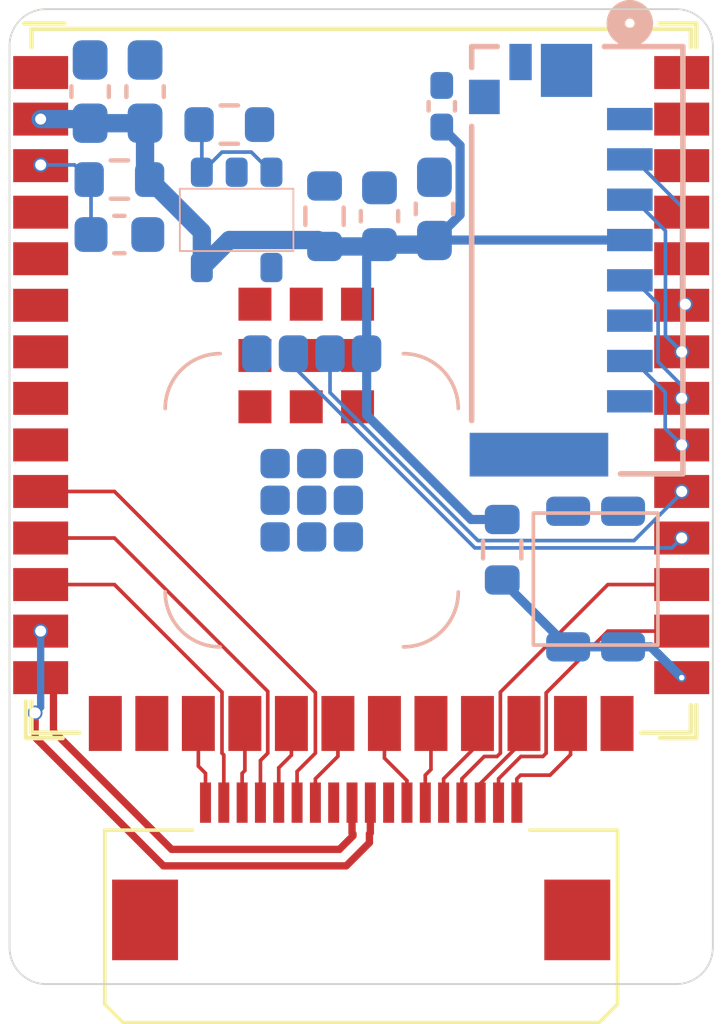
<source format=kicad_pcb>
(kicad_pcb (version 20240108) (generator "pcbnew") (generator_version "8.0")
  (layers (0 "F.Cu" signal) (31 "B.Cu" signal) (34 "B.Paste" user) (35 "F.Paste" user) (36 "B.SilkS" user "B.Silkscreen") (37 "F.SilkS" user "F.Silkscreen") (38 "B.Mask" user) (39 "F.Mask" user) (44 "Edge.Cuts" user))
  (net 0 "")
  (net 1 "GND")
  (net 2 "Net-(ESP1-GPIO0{slash}BOOT)")
  (net 3 "Net-(U4-EN)")
  (net 4 "Net-(ESP1-EN)")
  (net 5 "+3V3")
  (net 9 "USB -")
  (net 10 "USB +")
  (net 15 "Sensor SCL")
  (net 17 "Sensor SDA")
  (net 18 "SD SPI MISO")
  (net 19 "SD SPI CLK")
  (net 20 "SD SPI MOSI")
  (net 21 "SD SPI CS")
  (net 22 "Exp 13")
  (net 23 "Exp 4")
  (net 24 "Exp 11")
  (net 25 "Exp 2")
  (net 27 "Exp 9")
  (net 28 "Exp 3")
  (net 30 "Exp 8")
  (net 31 "Exp 0")
  (net 32 "Exp 7")
  (net 34 "Exp 12")
  (net 37 "Exp 1")
  (net 38 "Exp 6")
  (net 41 "Exp 5")
  (net 42 "Exp 10")
  (footprint "FFC_Connector:FFC Aliexpress 0.5mm 18P" (layer "F.Cu") (at 140 112.15)
    (property "Reference" "U2" (hide yes))
    (property "Value" "~" (hide yes))
    (fp_line (start -7 -0.2) (end -4.6 -0.2) (stroke (width 0.1)) (layer "F.SilkS"))
    (fp_line (start -7 3.15) (end -7 -0.2) (stroke (width 0.1)) (layer "F.SilkS"))
    (fp_line (start -7 4.55) (end -7 3.15) (stroke (width 0.1)) (layer "F.SilkS"))
    (fp_line (start -6.5 5.05) (end -7 4.55) (stroke (width 0.1)) (layer "F.SilkS"))
    (fp_line (start -6.5 5.05) (end 6.5 5.05) (stroke (width 0.1)) (layer "F.SilkS"))
    (fp_line (start 4.6 -0.2) (end 7 -0.2) (stroke (width 0.1)) (layer "F.SilkS"))
    (fp_line (start 6.5 5.05) (end 7 4.55) (stroke (width 0.1)) (layer "F.SilkS"))
    (fp_line (start 7 -0.2) (end 7 3.15) (stroke (width 0.1)) (layer "F.SilkS"))
    (fp_line (start 7 4.55) (end 7 3.15) (stroke (width 0.1)) (layer "F.SilkS"))
    (pad "" smd rect (at -5.9 2.25) (size 1.8 2.2) (layers "F.Cu" "F.Paste" "F.Mask"))
    (pad "" smd rect (at 5.9 2.25) (size 1.8 2.2) (layers "F.Cu" "F.Paste" "F.Mask"))
    (pad "1" smd rect (at -4.25 -0.95) (size 0.3 1.1) (layers "F.Cu" "F.Paste" "F.Mask") (net 31 "Exp 0"))
    (pad "2" smd rect (at -3.75 -0.95) (size 0.3 1.1) (layers "F.Cu" "F.Paste" "F.Mask") (net 37 "Exp 1"))
    (pad "3" smd rect (at -3.25 -0.95) (size 0.3 1.1) (layers "F.Cu" "F.Paste" "F.Mask") (net 25 "Exp 2"))
    (pad "4" smd rect (at -2.75 -0.95) (size 0.3 1.1) (layers "F.Cu" "F.Paste" "F.Mask") (net 28 "Exp 3"))
    (pad "5" smd rect (at -2.25 -0.95) (size 0.3 1.1) (layers "F.Cu" "F.Paste" "F.Mask") (net 23 "Exp 4"))
    (pad "6" smd rect (at -1.75 -0.95) (size 0.3 1.1) (layers "F.Cu" "F.Paste" "F.Mask") (net 41 "Exp 5"))
    (pad "7" smd rect (at -1.25 -0.95) (size 0.3 1.1) (layers "F.Cu" "F.Paste" "F.Mask") (net 38 "Exp 6"))
    (pad "8" smd rect (at -0.75 -0.95) (size 0.3 1.1) (layers "F.Cu" "F.Paste" "F.Mask") (net 1 "GND"))
    (pad "9" smd rect (at -0.25 -0.95) (size 0.3 1.1) (layers "F.Cu" "F.Paste" "F.Mask") (net 10 "USB +"))
    (pad "10" smd rect (at 0.25 -0.95) (size 0.3 1.1) (layers "F.Cu" "F.Paste" "F.Mask") (net 9 "USB -"))
    (pad "11" smd rect (at 0.75 -0.95) (size 0.3 1.1) (layers "F.Cu" "F.Paste" "F.Mask") (net 1 "GND"))
    (pad "12" smd rect (at 1.25 -0.95) (size 0.3 1.1) (layers "F.Cu" "F.Paste" "F.Mask") (net 32 "Exp 7"))
    (pad "13" smd rect (at 1.75 -0.95) (size 0.3 1.1) (layers "F.Cu" "F.Paste" "F.Mask") (net 30 "Exp 8"))
    (pad "14" smd rect (at 2.25 -0.95) (size 0.3 1.1) (layers "F.Cu" "F.Paste" "F.Mask") (net 27 "Exp 9"))
    (pad "15" smd rect (at 2.75 -0.95) (size 0.3 1.1) (layers "F.Cu" "F.Paste" "F.Mask") (net 42 "Exp 10"))
    (pad "16" smd rect (at 3.25 -0.95) (size 0.3 1.1) (layers "F.Cu" "F.Paste" "F.Mask") (net 24 "Exp 11"))
    (pad "17" smd rect (at 3.75 -0.95) (size 0.3 1.1) (layers "F.Cu" "F.Paste" "F.Mask") (net 34 "Exp 12"))
    (pad "18" smd rect (at 4.25 -0.95) (size 0.3 1.1) (layers "F.Cu" "F.Paste" "F.Mask") (net 22 "Exp 13"))
  )
  (footprint "PCM_Espressif:ESP32-S3-WROOM-1U" (layer "F.Cu") (at 140 99.54)
    (property "Reference" "ESP1" (hide yes))
    (property "Value" "ESP32-S3-WROOM-1" (hide yes))
    (fp_line (start -9.2 -9.6) (end -8.1 -9.6) (stroke (width 0.12)) (layer "F.SilkS"))
    (fp_line (start -9.15 9.9) (end -9.15 8.9) (stroke (width 0.12)) (layer "F.SilkS"))
    (fp_line (start -9.15 9.9) (end -8.15 9.9) (stroke (width 0.12)) (layer "F.SilkS"))
    (fp_line (start -9 -9.45) (end -9 -8.95) (stroke (width 0.12)) (layer "F.SilkS"))
    (fp_line (start -9 8.9) (end -9 9.75) (stroke (width 0.12)) (layer "F.SilkS"))
    (fp_line (start -9 9.75) (end -7.7 9.75) (stroke (width 0.12)) (layer "F.SilkS"))
    (fp_line (start 9 -9.45) (end -9 -9.45) (stroke (width 0.12)) (layer "F.SilkS"))
    (fp_line (start 9 -9.45) (end 9 -8.95) (stroke (width 0.12)) (layer "F.SilkS"))
    (fp_line (start 9 9) (end 9 9.75) (stroke (width 0.12)) (layer "F.SilkS"))
    (fp_line (start 9 9.75) (end 7.65 9.75) (stroke (width 0.12)) (layer "F.SilkS"))
    (fp_line (start 9.15 -9.6) (end 8.15 -9.6) (stroke (width 0.12)) (layer "F.SilkS"))
    (fp_line (start 9.15 -8.95) (end 9.15 -9.6) (stroke (width 0.12)) (layer "F.SilkS"))
    (fp_line (start 9.15 9) (end 9.15 9.9) (stroke (width 0.12)) (layer "F.SilkS"))
    (fp_line (start 9.15 9.9) (end 8.15 9.9) (stroke (width 0.12)) (layer "F.SilkS"))
    (pad "1" smd rect (at -8.75 -8.26) (size 1.5 0.9) (layers "F.Cu" "F.Paste" "F.Mask") (net 1 "GND"))
    (pad "2" smd rect (at -8.75 -6.99) (size 1.5 0.9) (layers "F.Cu" "F.Paste" "F.Mask") (net 5 "+3V3"))
    (pad "3" smd rect (at -8.75 -5.72) (size 1.5 0.9) (layers "F.Cu" "F.Paste" "F.Mask") (net 4 "Net-(ESP1-EN)"))
    (pad "4" smd rect (at -8.75 -4.45) (size 1.5 0.9) (layers "F.Cu" "F.Paste" "F.Mask"))
    (pad "5" smd rect (at -8.75 -3.18) (size 1.5 0.9) (layers "F.Cu" "F.Paste" "F.Mask"))
    (pad "6" smd rect (at -8.75 -1.91) (size 1.5 0.9) (layers "F.Cu" "F.Paste" "F.Mask"))
    (pad "7" smd rect (at -8.75 -0.64) (size 1.5 0.9) (layers "F.Cu" "F.Paste" "F.Mask"))
    (pad "8" smd rect (at -8.75 0.63) (size 1.5 0.9) (layers "F.Cu" "F.Paste" "F.Mask"))
    (pad "9" smd rect (at -8.75 1.9) (size 1.5 0.9) (layers "F.Cu" "F.Paste" "F.Mask"))
    (pad "10" smd rect (at -8.75 3.17) (size 1.5 0.9) (layers "F.Cu" "F.Paste" "F.Mask") (net 41 "Exp 5"))
    (pad "11" smd rect (at -8.75 4.44) (size 1.5 0.9) (layers "F.Cu" "F.Paste" "F.Mask") (net 28 "Exp 3"))
    (pad "12" smd rect (at -8.75 5.71) (size 1.5 0.9) (layers "F.Cu" "F.Paste" "F.Mask") (net 37 "Exp 1"))
    (pad "13" smd rect (at -8.75 6.98) (size 1.5 0.9) (layers "F.Cu" "F.Paste" "F.Mask") (net 9 "USB -"))
    (pad "14" smd rect (at -8.75 8.25) (size 1.5 0.9) (layers "F.Cu" "F.Paste" "F.Mask") (net 10 "USB +"))
    (pad "15" smd rect (at -6.985 9.5 90) (size 1.5 0.9) (layers "F.Cu" "F.Paste" "F.Mask"))
    (pad "16" smd rect (at -5.715 9.5 90) (size 1.5 0.9) (layers "F.Cu" "F.Paste" "F.Mask"))
    (pad "17" smd rect (at -4.445 9.5 90) (size 1.5 0.9) (layers "F.Cu" "F.Paste" "F.Mask") (net 31 "Exp 0"))
    (pad "18" smd rect (at -3.175 9.5 90) (size 1.5 0.9) (layers "F.Cu" "F.Paste" "F.Mask") (net 25 "Exp 2"))
    (pad "19" smd rect (at -1.905 9.5 90) (size 1.5 0.9) (layers "F.Cu" "F.Paste" "F.Mask") (net 23 "Exp 4"))
    (pad "20" smd rect (at -0.635 9.5 90) (size 1.5 0.9) (layers "F.Cu" "F.Paste" "F.Mask") (net 38 "Exp 6"))
    (pad "21" smd rect (at 0.635 9.5 90) (size 1.5 0.9) (layers "F.Cu" "F.Paste" "F.Mask") (net 32 "Exp 7"))
    (pad "22" smd rect (at 1.905 9.5 90) (size 1.5 0.9) (layers "F.Cu" "F.Paste" "F.Mask") (net 30 "Exp 8"))
    (pad "23" smd rect (at 3.175 9.5 90) (size 1.5 0.9) (layers "F.Cu" "F.Paste" "F.Mask") (net 27 "Exp 9"))
    (pad "24" smd rect (at 4.445 9.5 90) (size 1.5 0.9) (layers "F.Cu" "F.Paste" "F.Mask") (net 24 "Exp 11"))
    (pad "25" smd rect (at 5.715 9.5 90) (size 1.5 0.9) (layers "F.Cu" "F.Paste" "F.Mask") (net 22 "Exp 13"))
    (pad "26" smd rect (at 6.985 9.5 90) (size 1.5 0.9) (layers "F.Cu" "F.Paste" "F.Mask"))
    (pad "27" smd rect (at 8.75 8.25 180) (size 1.5 0.9) (layers "F.Cu" "F.Paste" "F.Mask") (net 2 "Net-(ESP1-GPIO0{slash}BOOT)"))
    (pad "28" smd rect (at 8.75 6.98 180) (size 1.5 0.9) (layers "F.Cu" "F.Paste" "F.Mask") (net 34 "Exp 12"))
    (pad "29" smd rect (at 8.75 5.71 180) (size 1.5 0.9) (layers "F.Cu" "F.Paste" "F.Mask") (net 42 "Exp 10"))
    (pad "30" smd rect (at 8.75 4.44 180) (size 1.5 0.9) (layers "F.Cu" "F.Paste" "F.Mask") (net 15 "Sensor SCL"))
    (pad "31" smd rect (at 8.75 3.17 180) (size 1.5 0.9) (layers "F.Cu" "F.Paste" "F.Mask") (net 17 "Sensor SDA"))
    (pad "32" smd rect (at 8.75 1.9 180) (size 1.5 0.9) (layers "F.Cu" "F.Paste" "F.Mask") (net 18 "SD SPI MISO"))
    (pad "33" smd rect (at 8.75 0.63 180) (size 1.5 0.9) (layers "F.Cu" "F.Paste" "F.Mask") (net 19 "SD SPI CLK"))
    (pad "34" smd rect (at 8.75 -0.64 180) (size 1.5 0.9) (layers "F.Cu" "F.Paste" "F.Mask") (net 20 "SD SPI MOSI"))
    (pad "35" smd rect (at 8.75 -1.91 180) (size 1.5 0.9) (layers "F.Cu" "F.Paste" "F.Mask") (net 21 "SD SPI CS"))
    (pad "36" smd rect (at 8.75 -3.18 180) (size 1.5 0.9) (layers "F.Cu" "F.Paste" "F.Mask"))
    (pad "37" smd rect (at 8.75 -4.45 180) (size 1.5 0.9) (layers "F.Cu" "F.Paste" "F.Mask"))
    (pad "38" smd rect (at 8.75 -5.72 180) (size 1.5 0.9) (layers "F.Cu" "F.Paste" "F.Mask"))
    (pad "39" smd rect (at 8.75 -6.99 180) (size 1.5 0.9) (layers "F.Cu" "F.Paste" "F.Mask"))
    (pad "40" smd rect (at 8.75 -8.26 180) (size 1.5 0.9) (layers "F.Cu" "F.Paste" "F.Mask") (net 1 "GND"))
    (pad "41" smd rect (at -2.9 -1.94 180) (size 0.9 0.9) (layers "F.Cu" "F.Paste" "F.Mask") (net 1 "GND"))
    (pad "41" smd rect (at -2.9 -0.54 180) (size 0.9 0.9) (layers "F.Cu" "F.Paste" "F.Mask") (net 1 "GND"))
    (pad "41" smd rect (at -2.9 0.86 180) (size 0.9 0.9) (layers "F.Cu" "F.Paste" "F.Mask") (net 1 "GND"))
    (pad "41" smd rect (at -1.5 -1.94 180) (size 0.9 0.9) (layers "F.Cu" "F.Paste" "F.Mask") (net 1 "GND"))
    (pad "41" smd rect (at -1.5 -0.54 180) (size 0.9 0.9) (layers "F.Cu" "F.Paste" "F.Mask") (net 1 "GND"))
    (pad "41" smd rect (at -1.5 0.86 180) (size 0.9 0.9) (layers "F.Cu" "F.Paste" "F.Mask") (net 1 "GND"))
    (pad "41" smd rect (at -0.1 -1.94 180) (size 0.9 0.9) (layers "F.Cu" "F.Paste" "F.Mask") (net 1 "GND"))
    (pad "41" smd rect (at -0.1 -0.54 180) (size 0.9 0.9) (layers "F.Cu" "F.Paste" "F.Mask") (net 1 "GND"))
    (pad "41" smd rect (at -0.1 0.86 180) (size 0.9 0.9) (layers "F.Cu" "F.Paste" "F.Mask") (net 1 "GND"))
  )
  (footprint "AP7366-SOT25:AP7366" (layer "B.Cu") (at 136.600001 95.299999 180)
    (property "Reference" "U4" (hide yes))
    (property "Value" "AP7366-33W5-7" (hide yes))
    (fp_poly (pts (xy -1.55 0.85) (xy 1.55 0.85) (xy 1.55 -0.85) (xy -1.55 -0.85)) (stroke (width 0.05)) (fill none) (layer "B.SilkS"))
    (pad "1" smd roundrect (at 0.95 1.3 90) (size 0.8 0.6) (layers "B.Cu" "B.Paste" "B.Mask") (net 3 "Net-(U4-EN)"))
    (pad "2" smd roundrect (at 0 1.3 90) (size 0.8 0.6) (layers "B.Cu" "B.Paste" "B.Mask") (net 1 "GND"))
    (pad "3" smd roundrect (at -0.95 1.3 90) (size 0.8 0.6) (layers "B.Cu" "B.Paste" "B.Mask") (net 3 "Net-(U4-EN)"))
    (pad "4" smd roundrect (at -0.95 -1.3 90) (size 0.8 0.6) (layers "B.Cu" "B.Paste" "B.Mask"))
    (pad "5" smd roundrect (at 0.95 -1.3 90) (size 0.8 0.6) (layers "B.Cu" "B.Paste" "B.Mask") (net 5 "+3V3"))
  )
  (footprint "Capacitor_SMD:C_0603_1608Metric_Pad1.08x0.95mm_HandSolder" (layer "B.Cu") (at 142 95 90)
    (property "Reference" "C9" (hide yes))
    (property "Value" "22uF" (hide yes))
    (fp_line (start 0.146267 -0.51) (end -0.146267 -0.51) (stroke (width 0.12)) (layer "B.SilkS"))
    (fp_line (start 0.146267 0.51) (end -0.146267 0.51) (stroke (width 0.12)) (layer "B.SilkS"))
    (pad "1" smd roundrect (at -0.862501 0 90) (size 1.075 0.95) (layers "B.Cu" "B.Paste" "B.Mask") (net 5 "+3V3"))
    (pad "2" smd roundrect (at 0.862501 0 90) (size 1.075 0.95) (layers "B.Cu" "B.Paste" "B.Mask") (net 1 "GND"))
  )
  (footprint "Button-R-667843:Button-R-667843" (layer "B.Cu") (at 146.4 105.1 90)
    (property "Reference" "BootSW1" (hide yes))
    (property "Value" "SW_Push" (hide yes))
    (fp_poly (pts (xy -1.8 1.7) (xy 1.8 1.7) (xy 1.8 -1.7) (xy -1.8 -1.7)) (stroke (width 0.1)) (fill none) (layer "B.SilkS"))
    (pad "1" smd roundrect (at -1.85 -0.750001 90) (size 0.8 1.2) (layers "B.Cu" "B.Paste" "B.Mask") (net 2 "Net-(ESP1-GPIO0{slash}BOOT)"))
    (pad "1" smd roundrect (at -1.85 0.750001 90) (size 0.8 1.2) (layers "B.Cu" "B.Paste" "B.Mask") (net 2 "Net-(ESP1-GPIO0{slash}BOOT)"))
    (pad "2" smd roundrect (at 1.85 -0.750001 90) (size 0.8 1.2) (layers "B.Cu" "B.Paste" "B.Mask") (net 1 "GND"))
    (pad "2" smd roundrect (at 1.85 0.750001 90) (size 0.8 1.2) (layers "B.Cu" "B.Paste" "B.Mask") (net 1 "GND"))
  )
  (footprint "Capacitor_SMD:C_0603_1608Metric" (layer "B.Cu") (at 140.500001 95.199999 90)
    (property "Reference" "C13" (hide yes))
    (property "Value" "10uF" (hide yes))
    (fp_line (start 0.140581 -0.51) (end -0.140581 -0.51) (stroke (width 0.12)) (layer "B.SilkS"))
    (fp_line (start 0.140581 0.51) (end -0.140581 0.51) (stroke (width 0.12)) (layer "B.SilkS"))
    (pad "1" smd roundrect (at -0.775 0 90) (size 0.9 0.95) (layers "B.Cu" "B.Paste" "B.Mask") (net 5 "+3V3"))
    (pad "2" smd roundrect (at 0.775 0 90) (size 0.9 0.95) (layers "B.Cu" "B.Paste" "B.Mask") (net 1 "GND"))
  )
  (footprint "Resistor_SMD:R_0603_1608Metric" (layer "B.Cu") (at 143.85 104.3 -90)
    (property "Reference" "R2" (hide yes))
    (property "Value" "10K" (hide yes))
    (fp_line (start 0.237258 0.5225) (end -0.237258 0.5225) (stroke (width 0.12)) (layer "B.SilkS"))
    (fp_line (start 0.237258 -0.5225) (end -0.237258 -0.5225) (stroke (width 0.12)) (layer "B.SilkS"))
    (pad "1" smd roundrect (at -0.825 0 270) (size 0.8 0.95) (layers "B.Cu" "B.Paste" "B.Mask") (net 5 "+3V3"))
    (pad "2" smd roundrect (at 0.825 0 270) (size 0.8 0.95) (layers "B.Cu" "B.Paste" "B.Mask") (net 2 "Net-(ESP1-GPIO0{slash}BOOT)"))
  )
  (footprint "MicroSD_473092651:CONN12_47309-2651_MOL" (layer "B.Cu") (at 145.9 96.4 90)
    (property "Reference" "J3" (hide yes))
    (property "Value" "MicroSD")
    (fp_line (start 5.8293 -2.882899) (end 5.8293 -2.186446) (stroke (width 0.1524)) (layer "B.SilkS"))
    (fp_line (start 5.25714 -2.882899) (end 5.8293 -2.882899) (stroke (width 0.1524)) (layer "B.SilkS"))
    (fp_line (start -4.375771 -2.882899) (end 3.65186 -2.882898) (stroke (width 0.1524)) (layer "B.SilkS"))
    (fp_line (start 5.8293 0.738635) (end 5.8293 2.882901) (stroke (width 0.1524)) (layer "B.SilkS"))
    (fp_line (start 5.8293 2.882901) (end -5.8293 2.882901) (stroke (width 0.1524)) (layer "B.SilkS"))
    (fp_line (start -5.8293 2.882901) (end -5.8293 1.178633) (stroke (width 0.1524)) (layer "B.SilkS"))
    (fp_circle (center 6.4643 1.4339) (end 6.8453 1.433899) (stroke (width 0.508)) (fill none) (layer "B.SilkS"))
    (fp_circle (center 6.4643 1.4339) (end 6.8453 1.433899) (stroke (width 0.508)) (fill none) (layer "F.SilkS"))
    (pad "1" smd rect (at 3.850012 1.4339 90) (size 0.6096 1.2446) (layers "B.Cu" "B.Paste" "B.Mask"))
    (pad "2" smd rect (at 2.750011 1.4339 90) (size 0.6096 1.2446) (layers "B.Cu" "B.Paste" "B.Mask") (net 21 "SD SPI CS"))
    (pad "3" smd rect (at 1.650011 1.433899 90) (size 0.6096 1.2446) (layers "B.Cu" "B.Paste" "B.Mask") (net 20 "SD SPI MOSI"))
    (pad "4" smd rect (at 0.55001 1.4339 90) (size 0.6096 1.2446) (layers "B.Cu" "B.Paste" "B.Mask") (net 5 "+3V3"))
    (pad "5" smd rect (at -0.549987 1.4339 90) (size 0.6096 1.2446) (layers "B.Cu" "B.Paste" "B.Mask") (net 19 "SD SPI CLK"))
    (pad "6" smd rect (at -1.649988 1.4339 90) (size 0.6096 1.2446) (layers "B.Cu" "B.Paste" "B.Mask") (net 1 "GND"))
    (pad "7" smd rect (at -2.749988 1.4339 90) (size 0.6096 1.2446) (layers "B.Cu" "B.Paste" "B.Mask") (net 18 "SD SPI MISO"))
    (pad "8" smd rect (at -3.849988 1.4339 90) (size 0.6096 1.2446) (layers "B.Cu" "B.Paste" "B.Mask"))
    (pad "G1" smd rect (at -5.305412 -1.046407 90) (size 1.1938 3.7846) (layers "B.Cu" "B.Paste" "B.Mask") (net 1 "GND"))
    (pad "G2" smd rect (at 5.1784 -0.294105 90) (size 1.4478 1.4) (layers "B.Cu" "B.Paste" "B.Mask") (net 1 "GND"))
    (pad "G3" smd rect (at 5.406999 -1.548906 90) (size 0.9906 0.6096) (layers "B.Cu" "B.Paste" "B.Mask") (net 1 "GND"))
    (pad "G4" smd rect (at 4.4545 -2.5368 90) (size 0.9398 0.8382) (layers "B.Cu" "B.Paste" "B.Mask") (net 1 "GND"))
  )
  (footprint "Resistor_SMD:R_0603_1608Metric" (layer "B.Cu") (at 133.4 94.2 180)
    (property "Reference" "R1" (hide yes))
    (property "Value" "10K" (hide yes))
    (fp_line (start 0.237258 0.5225) (end -0.237258 0.5225) (stroke (width 0.12)) (layer "B.SilkS"))
    (fp_line (start 0.237258 -0.5225) (end -0.237258 -0.5225) (stroke (width 0.12)) (layer "B.SilkS"))
    (pad "1" smd roundrect (at -0.825 0 180) (size 0.8 0.95) (layers "B.Cu" "B.Paste" "B.Mask") (net 5 "+3V3"))
    (pad "2" smd roundrect (at 0.825 0 180) (size 0.8 0.95) (layers "B.Cu" "B.Paste" "B.Mask") (net 4 "Net-(ESP1-EN)"))
  )
  (footprint "Resistor_SMD:R_0603_1608Metric" (layer "B.Cu") (at 139.000001 95.2 90)
    (property "Reference" "C12" (hide yes))
    (property "Value" "1uF" (hide yes))
    (fp_line (start 0.237258 -0.5225) (end -0.237258 -0.5225) (stroke (width 0.12)) (layer "B.SilkS"))
    (fp_line (start 0.237258 0.5225) (end -0.237258 0.5225) (stroke (width 0.12)) (layer "B.SilkS"))
    (pad "1" smd roundrect (at -0.825 0 90) (size 0.8 0.95) (layers "B.Cu" "B.Paste" "B.Mask") (net 5 "+3V3"))
    (pad "2" smd roundrect (at 0.825 0 90) (size 0.8 0.95) (layers "B.Cu" "B.Paste" "B.Mask") (net 1 "GND"))
  )
  (footprint "Capacitor_SMD:C_0603_1608Metric_Pad1.08x0.95mm_HandSolder" (layer "B.Cu") (at 134.1 91.8 90)
    (property "Reference" "C7" (hide yes))
    (property "Value" "22uF" (hide yes))
    (fp_line (start 0.146267 -0.51) (end -0.146267 -0.51) (stroke (width 0.12)) (layer "B.SilkS"))
    (fp_line (start 0.146267 0.51) (end -0.146267 0.51) (stroke (width 0.12)) (layer "B.SilkS"))
    (pad "1" smd roundrect (at -0.862501 0 90) (size 1.075 0.95) (layers "B.Cu" "B.Paste" "B.Mask") (net 5 "+3V3"))
    (pad "2" smd roundrect (at 0.862501 0 90) (size 1.075 0.95) (layers "B.Cu" "B.Paste" "B.Mask") (net 1 "GND"))
  )
  (footprint "Sensored:Sensored" (layer "B.Cu") (at 138.65 102.95 90)
    (property "Reference" "U1" (hide yes))
    (property "Value" "Sensored" (hide yes))
    (fp_arc (start 2.5 -4) (mid 3.56066 -3.56066) (end 4 -2.5) (stroke (width 0.1)) (layer "B.SilkS"))
    (fp_arc (start -4 -2.5) (mid -3.56066 -3.56066) (end -2.5 -4) (stroke (width 0.1)) (layer "B.SilkS"))
    (fp_arc (start 4 2.5) (mid 3.56066 3.56066) (end 2.5 4) (stroke (width 0.1)) (layer "B.SilkS"))
    (fp_arc (start -2.5 4) (mid -3.56066 3.56066) (end -4 2.5) (stroke (width 0.1)) (layer "B.SilkS"))
    (pad "1" smd roundrect (at 4 1.5 180) (size 0.8 1) (layers "B.Cu" "B.Paste" "B.Mask") (net 5 "+3V3"))
    (pad "2" smd roundrect (at 4.000001 0.5 180) (size 0.8 1) (layers "B.Cu" "B.Paste" "B.Mask") (net 17 "Sensor SDA"))
    (pad "3" smd roundrect (at 4.000001 -0.5 180) (size 0.8 1) (layers "B.Cu" "B.Paste" "B.Mask") (net 15 "Sensor SCL"))
    (pad "4" smd roundrect (at -1 -1 180) (size 0.8 0.8) (layers "B.Cu" "B.Paste" "B.Mask") (net 1 "GND"))
    (pad "4" smd roundrect (at -1 0 180) (size 0.8 0.8) (layers "B.Cu" "B.Paste" "B.Mask") (net 1 "GND"))
    (pad "4" smd roundrect (at -1 1 180) (size 0.8 0.8) (layers "B.Cu" "B.Paste" "B.Mask") (net 1 "GND"))
    (pad "4" smd roundrect (at 0 -1 180) (size 0.8 0.8) (layers "B.Cu" "B.Paste" "B.Mask") (net 1 "GND"))
    (pad "4" smd roundrect (at 0 0 180) (size 0.8 0.8) (layers "B.Cu" "B.Paste" "B.Mask") (net 1 "GND"))
    (pad "4" smd roundrect (at 0 1 180) (size 0.8 0.8) (layers "B.Cu" "B.Paste" "B.Mask") (net 1 "GND"))
    (pad "4" smd roundrect (at 1 -1 180) (size 0.8 0.8) (layers "B.Cu" "B.Paste" "B.Mask") (net 1 "GND"))
    (pad "4" smd roundrect (at 1 0 180) (size 0.8 0.8) (layers "B.Cu" "B.Paste" "B.Mask") (net 1 "GND"))
    (pad "4" smd roundrect (at 1 1 180) (size 0.8 0.8) (layers "B.Cu" "B.Paste" "B.Mask") (net 1 "GND"))
    (pad "4" smd roundrect (at 4 -1.5 180) (size 0.8 1) (layers "B.Cu" "B.Paste" "B.Mask") (net 1 "GND"))
  )
  (footprint "Capacitor_SMD:C_0402_1005Metric_Pad0.74x0.62mm_HandSolder" (layer "B.Cu") (at 142.2 92.2 90)
    (property "Reference" "C10" (hide yes))
    (property "Value" "0.1uF" (hide yes))
    (fp_line (start 0.115835 -0.36) (end -0.115835 -0.36) (stroke (width 0.12)) (layer "B.SilkS"))
    (fp_line (start 0.115835 0.36) (end -0.115835 0.36) (stroke (width 0.12)) (layer "B.SilkS"))
    (pad "1" smd roundrect (at -0.5675 0 90) (size 0.735 0.62) (layers "B.Cu" "B.Paste" "B.Mask") (net 5 "+3V3"))
    (pad "2" smd roundrect (at 0.5675 0 90) (size 0.735 0.62) (layers "B.Cu" "B.Paste" "B.Mask") (net 1 "GND"))
  )
  (footprint "Capacitor_SMD:C_0603_1608Metric_Pad1.08x0.95mm_HandSolder" (layer "B.Cu") (at 132.6 91.8 90)
    (property "Reference" "C8" (hide yes))
    (property "Value" "0.1uF" (hide yes))
    (fp_line (start 0.146267 -0.51) (end -0.146267 -0.51) (stroke (width 0.12)) (layer "B.SilkS"))
    (fp_line (start 0.146267 0.51) (end -0.146267 0.51) (stroke (width 0.12)) (layer "B.SilkS"))
    (pad "1" smd roundrect (at -0.862501 0 90) (size 1.075 0.95) (layers "B.Cu" "B.Paste" "B.Mask") (net 5 "+3V3"))
    (pad "2" smd roundrect (at 0.862501 0 90) (size 1.075 0.95) (layers "B.Cu" "B.Paste" "B.Mask") (net 1 "GND"))
  )
  (footprint "Capacitor_SMD:C_0603_1608Metric" (layer "B.Cu") (at 133.4 95.7 180)
    (property "Reference" "C6" (hide yes))
    (property "Value" "1uF" (hide yes))
    (fp_line (start 0.140581 0.51) (end -0.140581 0.51) (stroke (width 0.12)) (layer "B.SilkS"))
    (fp_line (start 0.140581 -0.51) (end -0.140581 -0.51) (stroke (width 0.12)) (layer "B.SilkS"))
    (pad "1" smd roundrect (at -0.775 0 180) (size 0.9 0.95) (layers "B.Cu" "B.Paste" "B.Mask") (net 1 "GND"))
    (pad "2" smd roundrect (at 0.775 0 180) (size 0.9 0.95) (layers "B.Cu" "B.Paste" "B.Mask") (net 4 "Net-(ESP1-EN)"))
  )
  (footprint "Resistor_SMD:R_0603_1608Metric" (layer "B.Cu") (at 136.4 92.7)
    (property "Reference" "C11" (hide yes))
    (property "Value" "1uF" (hide yes))
    (fp_line (start 0.237258 -0.5225) (end -0.237258 -0.5225) (stroke (width 0.12)) (layer "B.SilkS"))
    (fp_line (start 0.237258 0.5225) (end -0.237258 0.5225) (stroke (width 0.12)) (layer "B.SilkS"))
    (pad "1" smd roundrect (at -0.825 0) (size 0.8 0.95) (layers "B.Cu" "B.Paste" "B.Mask") (net 3 "Net-(U4-EN)"))
    (pad "2" smd roundrect (at 0.825 0) (size 0.8 0.95) (layers "B.Cu" "B.Paste" "B.Mask") (net 1 "GND"))
  )
  (gr_line (start 131.4 116.15) (end 148.6 116.15) (stroke (width 0.05)) (layer "Edge.Cuts"))
  (gr_arc (start 131.4 116.15) (mid 130.692893 115.857107) (end 130.4 115.15) (stroke (width 0.05)) (layer "Edge.Cuts"))
  (gr_arc (start 149.6 115.15) (mid 149.307107 115.857107) (end 148.6 116.15) (stroke (width 0.05)) (layer "Edge.Cuts"))
  (gr_line (start 149.6 115.15) (end 149.6 90.55) (stroke (width 0.05)) (layer "Edge.Cuts"))
  (gr_arc (start 130.4 90.55) (mid 130.692893 89.842893) (end 131.4 89.55) (stroke (width 0.05)) (layer "Edge.Cuts"))
  (gr_line (start 148.6 89.55) (end 131.4 89.55) (stroke (width 0.05)) (layer "Edge.Cuts"))
  (gr_line (start 130.4 90.55) (end 130.4 115.15) (stroke (width 0.05)) (layer "Edge.Cuts"))
  (gr_arc (start 148.6 89.55) (mid 149.307107 89.842893) (end 149.6 90.55) (stroke (width 0.05)) (layer "Edge.Cuts"))
  (via (at 148.75 107.79) (size 0.25) (drill 0.15) (layers "F.Cu" "B.Cu") (net 2))
  (segment (start 147.150001 106.95) (end 147.91 106.95) (width 0.25) (layer "B.Cu") (net 2))
  (segment (start 143.85 105.125) (end 143.85 105.150001) (width 0.25) (layer "B.Cu") (net 2))
  (segment (start 143.85 105.150001) (end 145.649999 106.95) (width 0.25) (layer "B.Cu") (net 2))
  (segment (start 147.91 106.95) (end 148.75 107.79) (width 0.25) (layer "B.Cu") (net 2))
  (segment (start 145.649999 106.95) (end 147.150001 106.95) (width 0.25) (layer "B.Cu") (net 2))
  (segment (start 135.650001 92.775001) (end 135.575 92.7) (width 0.1) (layer "B.Cu") (net 3))
  (segment (start 137.000001 93.449999) (end 137.550001 93.999999) (width 0.1) (layer "B.Cu") (net 3))
  (segment (start 135.650001 93.999999) (end 135.650001 92.775001) (width 0.1) (layer "B.Cu") (net 3))
  (segment (start 135.650001 93.999999) (end 136.200001 93.449999) (width 0.1) (layer "B.Cu") (net 3))
  (segment (start 136.200001 93.449999) (end 137.000001 93.449999) (width 0.1) (layer "B.Cu") (net 3))
  (segment (start 131.25 93.82) (end 131.25 93.8) (width 0.1) (layer "F.Cu") (net 4))
  (via (at 131.25 93.8) (size 0.4) (drill 0.3) (layers "F.Cu" "B.Cu") (net 4))
  (segment (start 132.625 94.25) (end 132.575 94.2) (width 0.1) (layer "B.Cu") (net 4))
  (segment (start 131.25 93.8) (end 132.175 93.8) (width 0.1) (layer "B.Cu") (net 4))
  (segment (start 132.175 93.8) (end 132.575 94.2) (width 0.1) (layer "B.Cu") (net 4))
  (segment (start 132.625 95.7) (end 132.625 94.25) (width 0.1) (layer "B.Cu") (net 4))
  (via (at 131.25 92.55) (size 0.4) (drill 0.3) (layers "F.Cu" "B.Cu") (net 5))
  (segment (start 141.887502 95.974999) (end 142 95.862501) (width 0.5) (layer "B.Cu") (net 5))
  (segment (start 140.15 96.325) (end 140.500001 95.974999) (width 0.25) (layer "B.Cu") (net 5))
  (segment (start 134.225 94.2) (end 135.650001 95.625001) (width 0.5) (layer "B.Cu") (net 5))
  (segment (start 132.6 92.662501) (end 134.1 92.662501) (width 0.5) (layer "B.Cu") (net 5))
  (segment (start 136.400001 95.849999) (end 138.825 95.849999) (width 0.5) (layer "B.Cu") (net 5))
  (segment (start 140.500001 95.974999) (end 141.887502 95.974999) (width 0.5) (layer "B.Cu") (net 5))
  (segment (start 134.1 94.075) (end 134.225 94.2) (width 0.5) (layer "B.Cu") (net 5))
  (segment (start 135.650001 96.599999) (end 136.400001 95.849999) (width 0.5) (layer "B.Cu") (net 5))
  (segment (start 147.3339 95.84999) (end 142.012511 95.84999) (width 0.25) (layer "B.Cu") (net 5))
  (segment (start 138.825 95.849999) (end 139.000001 96.025) (width 0.5) (layer "B.Cu") (net 5))
  (segment (start 135.650001 95.625001) (end 135.650001 96.599999) (width 0.5) (layer "B.Cu") (net 5))
  (segment (start 139.000001 96.025) (end 140.45 96.025) (width 0.5) (layer "B.Cu") (net 5))
  (segment (start 131.25 92.55) (end 132.487499 92.55) (width 0.5) (layer "B.Cu") (net 5))
  (segment (start 140.45 96.025) (end 140.500001 95.974999) (width 0.5) (layer "B.Cu") (net 5))
  (segment (start 142.7 93.2675) (end 142.7 95.162501) (width 0.25) (layer "B.Cu") (net 5))
  (segment (start 132.487499 92.55) (end 132.6 92.662501) (width 0.5) (layer "B.Cu") (net 5))
  (segment (start 143.85 103.475) (end 143 103.475) (width 0.25) (layer "B.Cu") (net 5))
  (segment (start 140.15 100.625) (end 140.15 98.95) (width 0.25) (layer "B.Cu") (net 5))
  (segment (start 142.012511 95.84999) (end 142 95.862501) (width 0.25) (layer "B.Cu") (net 5))
  (segment (start 142.7 95.162501) (end 142 95.862501) (width 0.25) (layer "B.Cu") (net 5))
  (segment (start 142.2 92.7675) (end 142.7 93.2675) (width 0.25) (layer "B.Cu") (net 5))
  (segment (start 140.15 98.95) (end 140.15 96.325) (width 0.25) (layer "B.Cu") (net 5))
  (segment (start 143 103.475) (end 140.15 100.625) (width 0.25) (layer "B.Cu") (net 5))
  (segment (start 134.1 92.662501) (end 134.1 94.075) (width 0.5) (layer "B.Cu") (net 5))
  (segment (start 131.1 109.422206) (end 134.602794 112.925) (width 0.2) (layer "F.Cu") (net 9))
  (segment (start 140.25 112.025001) (end 140.25 111.2) (width 0.2) (layer "F.Cu") (net 9))
  (segment (start 140.225 112.050001) (end 140.25 112.025001) (width 0.2) (layer "F.Cu") (net 9))
  (segment (start 140.225 112.2932) (end 140.225 112.050001) (width 0.2) (layer "F.Cu") (net 9))
  (segment (start 139.5932 112.925) (end 140.225 112.2932) (width 0.2) (layer "F.Cu") (net 9))
  (segment (start 134.602794 112.925) (end 139.5932 112.925) (width 0.2) (layer "F.Cu") (net 9))
  (segment (start 131.1 108.75) (end 131.1 109.422206) (width 0.2) (layer "F.Cu") (net 9))
  (via (at 131.1 108.75) (size 0.4) (drill 0.3) (layers "F.Cu" "B.Cu") (net 9))
  (via (at 131.25 106.52) (size 0.4) (drill 0.3) (layers "F.Cu" "B.Cu") (net 9))
  (segment (start 131.25 108.6) (end 131.1 108.75) (width 0.2) (layer "B.Cu") (net 9))
  (segment (start 131.25 106.52) (end 131.25 108.6) (width 0.2) (layer "B.Cu") (net 9))
  (segment (start 139.775 112.1068) (end 139.775 112.050001) (width 0.2) (layer "F.Cu") (net 10))
  (segment (start 131.6 108.14) (end 131.6 109.25) (width 0.2) (layer "F.Cu") (net 10))
  (segment (start 139.75 112.025001) (end 139.75 111.2) (width 0.2) (layer "F.Cu") (net 10))
  (segment (start 139.775 112.050001) (end 139.75 112.025001) (width 0.2) (layer "F.Cu") (net 10))
  (segment (start 131.25 107.79) (end 131.6 108.14) (width 0.2) (layer "F.Cu") (net 10))
  (segment (start 139.4068 112.475) (end 139.775 112.1068) (width 0.2) (layer "F.Cu") (net 10))
  (segment (start 131.6 109.25) (end 134.825 112.475) (width 0.2) (layer "F.Cu") (net 10))
  (segment (start 134.825 112.475) (end 139.4068 112.475) (width 0.2) (layer "F.Cu") (net 10))
  (via (at 148.75 103.98) (size 0.4) (drill 0.3) (layers "F.Cu" "B.Cu") (net 15))
  (segment (start 148.48 104.25) (end 148.75 103.98) (width 0.1) (layer "B.Cu") (net 15))
  (segment (start 143.10325 104.25) (end 148.48 104.25) (width 0.1) (layer "B.Cu") (net 15))
  (segment (start 138.15 99.29675) (end 143.10325 104.25) (width 0.1) (layer "B.Cu") (net 15))
  (segment (start 138.15 98.949999) (end 138.15 99.29675) (width 0.1) (layer "B.Cu") (net 15))
  (via (at 148.75 102.71) (size 0.4) (drill 0.3) (layers "F.Cu" "B.Cu") (net 17))
  (segment (start 148.75 102.75) (end 148.75 102.71) (width 0.1) (layer "B.Cu") (net 17))
  (segment (start 147.45 104.05) (end 148.75 102.75) (width 0.1) (layer "B.Cu") (net 17))
  (segment (start 139.15 98.949999) (end 139.15 100.013908) (width 0.1) (layer "B.Cu") (net 17))
  (segment (start 143.186092 104.05) (end 147.45 104.05) (width 0.1) (layer "B.Cu") (net 17))
  (segment (start 139.15 100.013908) (end 143.186092 104.05) (width 0.1) (layer "B.Cu") (net 17))
  (via (at 148.75 101.44) (size 0.4) (drill 0.3) (layers "F.Cu" "B.Cu") (net 18))
  (segment (start 147.449988 99.149988) (end 148.3 100) (width 0.1) (layer "B.Cu") (net 18))
  (segment (start 148.3 100) (end 148.3 100.99) (width 0.1) (layer "B.Cu") (net 18))
  (segment (start 147.3339 99.149988) (end 147.449988 99.149988) (width 0.1) (layer "B.Cu") (net 18))
  (segment (start 148.3 100.99) (end 148.75 101.44) (width 0.1) (layer "B.Cu") (net 18))
  (via (at 148.75 100.17) (size 0.4) (drill 0.3) (layers "F.Cu" "B.Cu") (net 19))
  (segment (start 147.3339 96.949987) (end 147.460999 96.949987) (width 0.1) (layer "B.Cu") (net 19))
  (segment (start 148.75 99.817157) (end 148.75 100.17) (width 0.1) (layer "B.Cu") (net 19))
  (segment (start 147.460999 96.949987) (end 148.1062 97.595188) (width 0.1) (layer "B.Cu") (net 19))
  (segment (start 148.1062 99.173357) (end 148.75 99.817157) (width 0.1) (layer "B.Cu") (net 19))
  (segment (start 148.1062 97.595188) (end 148.1062 99.173357) (width 0.1) (layer "B.Cu") (net 19))
  (via (at 148.75 98.9) (size 0.4) (drill 0.3) (layers "F.Cu" "B.Cu") (net 20))
  (segment (start 148.3062 98.4562) (end 148.75 98.9) (width 0.1) (layer "B.Cu") (net 20))
  (segment (start 147.333899 94.749989) (end 147.460999 94.749989) (width 0.1) (layer "B.Cu") (net 20))
  (segment (start 148.3062 95.59519) (end 148.3062 98.4562) (width 0.1) (layer "B.Cu") (net 20))
  (segment (start 147.460999 94.749989) (end 148.3062 95.59519) (width 0.1) (layer "B.Cu") (net 20))
  (segment (start 148.75 97.63) (end 148.82 97.63) (width 0.1) (layer "F.Cu") (net 21))
  (segment (start 148.82 97.63) (end 148.85 97.6) (width 0.1) (layer "F.Cu") (net 21))
  (via (at 148.85 97.6) (size 0.4) (drill 0.3) (layers "F.Cu" "B.Cu") (net 21))
  (segment (start 148.75 97.35) (end 148.75 97.63) (width 0.1) (layer "B.Cu") (net 21))
  (segment (start 148.75 97.5) (end 148.85 97.6) (width 0.1) (layer "B.Cu") (net 21))
  (segment (start 148.75 94.93899) (end 148.75 97.35) (width 0.1) (layer "B.Cu") (net 21))
  (segment (start 147.3339 93.649989) (end 147.460999 93.649989) (width 0.1) (layer "B.Cu") (net 21))
  (segment (start 148.75 97.35) (end 148.75 97.5) (width 0.1) (layer "B.Cu") (net 21))
  (segment (start 147.460999 93.649989) (end 148.75 94.93899) (width 0.1) (layer "B.Cu") (net 21))
  (segment (start 144.35 110.45) (end 145.155 110.45) (width 0.1) (layer "F.Cu") (net 22))
  (segment (start 144.25 111.2) (end 144.25 110.55) (width 0.1) (layer "F.Cu") (net 22))
  (segment (start 145.155 110.45) (end 145.715 109.89) (width 0.1) (layer "F.Cu") (net 22))
  (segment (start 144.25 110.55) (end 144.35 110.45) (width 0.1) (layer "F.Cu") (net 22))
  (segment (start 145.715 109.89) (end 145.715 109.04) (width 0.1) (layer "F.Cu") (net 22))
  (segment (start 138.095 109.905) (end 137.75 110.25) (width 0.1) (layer "F.Cu") (net 23))
  (segment (start 137.75 111.2) (end 137.75 110.25) (width 0.1) (layer "F.Cu") (net 23))
  (segment (start 138.095 109.04) (end 138.095 109.905) (width 0.1) (layer "F.Cu") (net 23))
  (segment (start 143.25 110.682843) (end 144.445 109.487843) (width 0.1) (layer "F.Cu") (net 24))
  (segment (start 144.445 109.487843) (end 144.445 109.04) (width 0.1) (layer "F.Cu") (net 24))
  (segment (start 143.25 111.2) (end 143.25 110.682843) (width 0.1) (layer "F.Cu") (net 24))
  (segment (start 136.825 110.325) (end 136.825 109.04) (width 0.1) (layer "F.Cu") (net 25))
  (segment (start 136.75 111.2) (end 136.75 110.4) (width 0.1) (layer "F.Cu") (net 25))
  (segment (start 136.75 110.4) (end 136.825 110.325) (width 0.1) (layer "F.Cu") (net 25))
  (segment (start 142.25 111.2) (end 142.25 110.55) (width 0.1) (layer "F.Cu") (net 27))
  (segment (start 142.25 110.55) (end 143.175 109.625) (width 0.1) (layer "F.Cu") (net 27))
  (segment (start 143.175 109.625) (end 143.175 109.04) (width 0.1) (layer "F.Cu") (net 27))
  (segment (start 133.265 103.98) (end 131.25 103.98) (width 0.1) (layer "F.Cu") (net 28))
  (segment (start 137.25 110.05) (end 137.45 109.85) (width 0.1) (layer "F.Cu") (net 28))
  (segment (start 137.45 109.85) (end 137.45 108.165) (width 0.1) (layer "F.Cu") (net 28))
  (segment (start 137.25 111.2) (end 137.25 110.05) (width 0.1) (layer "F.Cu") (net 28))
  (segment (start 137.45 108.165) (end 133.265 103.98) (width 0.1) (layer "F.Cu") (net 28))
  (segment (start 141.75 111.2) (end 141.75 110.45) (width 0.1) (layer "F.Cu") (net 30))
  (segment (start 141.75 110.45) (end 141.905 110.295) (width 0.1) (layer "F.Cu") (net 30))
  (segment (start 141.905 110.295) (end 141.905 109.04) (width 0.1) (layer "F.Cu") (net 30))
  (segment (start 135.75 111.2) (end 135.75 110.4) (width 0.1) (layer "F.Cu") (net 31))
  (segment (start 135.555 110.205) (end 135.555 109.04) (width 0.1) (layer "F.Cu") (net 31))
  (segment (start 135.75 110.4) (end 135.555 110.205) (width 0.1) (layer "F.Cu") (net 31))
  (segment (start 141.25 110.6) (end 141.25 111.2) (width 0.1) (layer "F.Cu") (net 32))
  (segment (start 140.635 109.985) (end 141.25 110.6) (width 0.1) (layer "F.Cu") (net 32))
  (segment (start 140.635 109.04) (end 140.635 109.985) (width 0.1) (layer "F.Cu") (net 32))
  (segment (start 145.05 108.205) (end 145.05 109.85) (width 0.1) (layer "F.Cu") (net 34))
  (segment (start 148.75 106.52) (end 146.735 106.52) (width 0.1) (layer "F.Cu") (net 34))
  (segment (start 144.36 109.94) (end 144.96 109.94) (width 0.1) (layer "F.Cu") (net 34))
  (segment (start 146.735 106.52) (end 145.05 108.205) (width 0.1) (layer "F.Cu") (net 34))
  (segment (start 144.96 109.94) (end 145.05 109.85) (width 0.1) (layer "F.Cu") (net 34))
  (segment (start 143.75 111.2) (end 143.75 110.55) (width 0.1) (layer "F.Cu") (net 34))
  (segment (start 143.75 110.55) (end 144.36 109.94) (width 0.1) (layer "F.Cu") (net 34))
  (segment (start 136.2 108.185) (end 136.2 109.85) (width 0.1) (layer "F.Cu") (net 37))
  (segment (start 136.25 109.9) (end 136.2 109.85) (width 0.1) (layer "F.Cu") (net 37))
  (segment (start 136.25 111.2) (end 136.25 109.9) (width 0.1) (layer "F.Cu") (net 37))
  (segment (start 133.265 105.25) (end 136.2 108.185) (width 0.1) (layer "F.Cu") (net 37))
  (segment (start 131.25 105.25) (end 133.265 105.25) (width 0.1) (layer "F.Cu") (net 37))
  (segment (start 139.365 109.935) (end 139.365 109.04) (width 0.1) (layer "F.Cu") (net 38))
  (segment (start 138.75 111.2) (end 138.75 110.55) (width 0.1) (layer "F.Cu") (net 38))
  (segment (start 138.75 110.55) (end 139.365 109.935) (width 0.1) (layer "F.Cu") (net 38))
  (segment (start 133.265 102.71) (end 138.75 108.195) (width 0.1) (layer "F.Cu") (net 41))
  (segment (start 138.75 108.195) (end 138.75 109.85) (width 0.1) (layer "F.Cu") (net 41))
  (segment (start 138.25 110.35) (end 138.75 109.85) (width 0.1) (layer "F.Cu") (net 41))
  (segment (start 138.25 111.2) (end 138.25 110.35) (width 0.1) (layer "F.Cu") (net 41))
  (segment (start 131.25 102.71) (end 133.265 102.71) (width 0.1) (layer "F.Cu") (net 41))
  (segment (start 143.8 108.185) (end 143.8 109.85) (width 0.1) (layer "F.Cu") (net 42))
  (segment (start 148.75 105.25) (end 146.735 105.25) (width 0.1) (layer "F.Cu") (net 42))
  (segment (start 146.735 105.25) (end 143.8 108.185) (width 0.1) (layer "F.Cu") (net 42))
  (segment (start 143.71 109.94) (end 143.8 109.85) (width 0.1) (layer "F.Cu") (net 42))
  (segment (start 142.75 110.55) (end 143.36 109.94) (width 0.1) (layer "F.Cu") (net 42))
  (segment (start 142.75 111.2) (end 142.75 110.55) (width 0.1) (layer "F.Cu") (net 42))
  (segment (start 143.36 109.94) (end 143.71 109.94) (width 0.1) (layer "F.Cu") (net 42))
)
</source>
